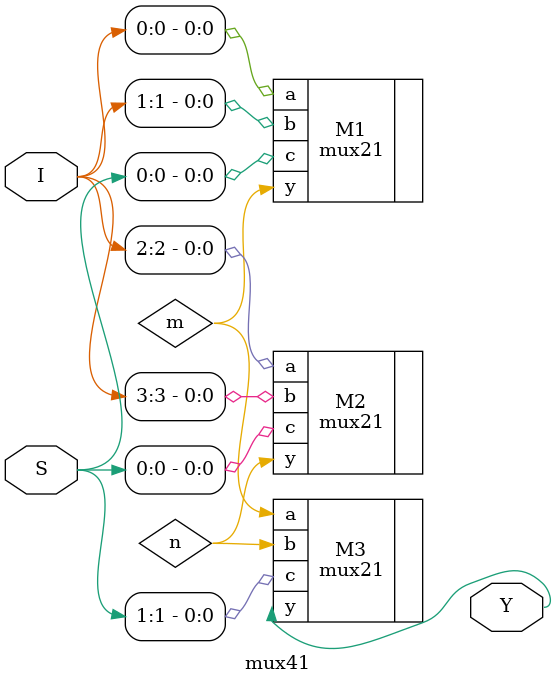
<source format=v>
`timescale 1ns / 1ps


module mux41(input [3:0] I, input [1:0] S, output Y );
wire m,n;
mux21 M1(.a(I[0]) , .b(I[1]) , .c(S[0]) , .y(m) );
mux21 M2(.a(I[2]) , .b(I[3]) , .c(S[0]) , .y(n) );
mux21 M3(.a(m) , .b(n) , .c(S[1]) , .y(Y) );
endmodule
</source>
